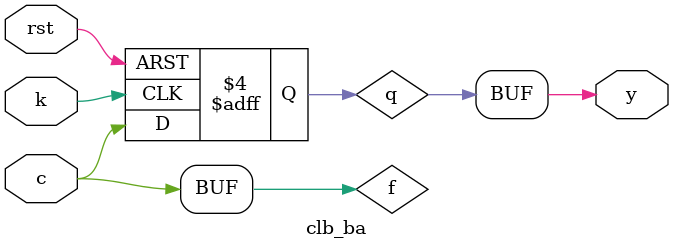
<source format=v>
module clb_ba(
	input c,
	input k,
	input rst,
	output y
	);
	
	wire f;
	reg q;
	
	assign f = c | c;
	
	always @(posedge k, negedge rst) begin
		if (rst == 1'b0) begin
			q <= 1'b0;
		end else begin
			q <= f;
		end
	end
	
	assign y = q;
	
endmodule

</source>
